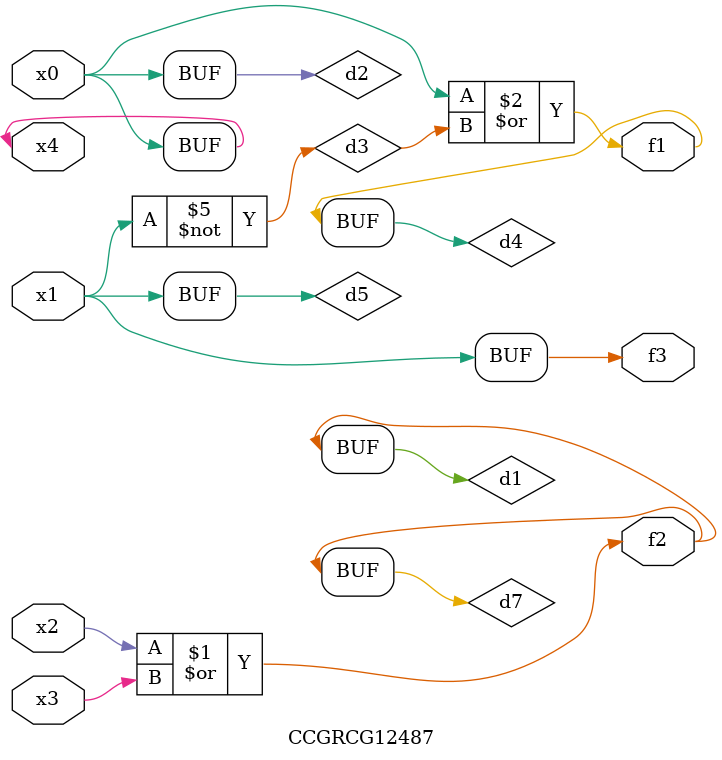
<source format=v>
module CCGRCG12487(
	input x0, x1, x2, x3, x4,
	output f1, f2, f3
);

	wire d1, d2, d3, d4, d5, d6, d7;

	or (d1, x2, x3);
	buf (d2, x0, x4);
	not (d3, x1);
	or (d4, d2, d3);
	not (d5, d3);
	nand (d6, d1, d3);
	or (d7, d1);
	assign f1 = d4;
	assign f2 = d7;
	assign f3 = d5;
endmodule

</source>
